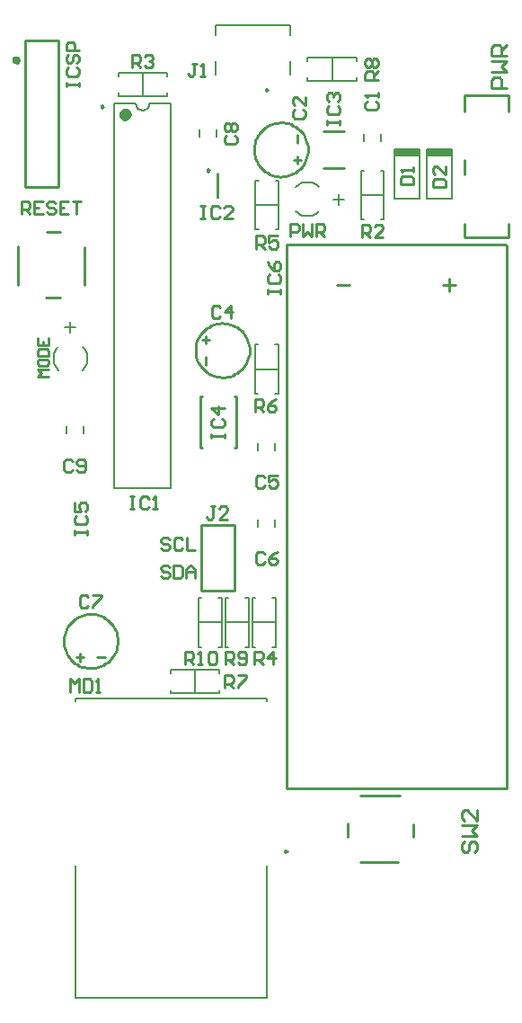
<source format=gto>
G04*
G04 #@! TF.GenerationSoftware,Altium Limited,Altium Designer,20.2.3 (150)*
G04*
G04 Layer_Color=65535*
%FSLAX25Y25*%
%MOIN*%
G70*
G04*
G04 #@! TF.SameCoordinates,D19B94BB-EBBE-4459-9884-BF99FFBE0BA1*
G04*
G04*
G04 #@! TF.FilePolarity,Positive*
G04*
G01*
G75*
%ADD10C,0.01575*%
%ADD11C,0.02362*%
%ADD12C,0.00984*%
%ADD13C,0.00787*%
%ADD14C,0.01000*%
%ADD15R,0.09291X0.02622*%
D10*
X348031Y401181D02*
X347487Y401930D01*
X346607Y401644D01*
Y400718D01*
X347487Y400432D01*
X348031Y401181D01*
D11*
X388779Y381102D02*
X388335Y382026D01*
X387336Y382254D01*
X386534Y381615D01*
Y380590D01*
X387336Y379951D01*
X388335Y380179D01*
X388779Y381102D01*
D12*
X379587Y383898D02*
X378848Y384324D01*
Y383471D01*
X379587Y383898D01*
X447702Y107795D02*
X446963Y108221D01*
Y107369D01*
X447702Y107795D01*
X440571Y390177D02*
X439833Y390603D01*
Y389751D01*
X440571Y390177D01*
X418799Y360335D02*
X418061Y360761D01*
Y359908D01*
X418799Y360335D01*
D13*
X391595Y385039D02*
X391785Y384083D01*
X392327Y383272D01*
X393138Y382730D01*
X394094Y382539D01*
X395051Y382730D01*
X395862Y383272D01*
X396404Y384083D01*
X396595Y385039D01*
X362695Y294825D02*
X362049Y293996D01*
X361550Y293071D01*
X361211Y292076D01*
X361042Y291039D01*
X361049Y289988D01*
X361230Y288953D01*
X361580Y287962D01*
X362091Y287043D01*
X362747Y286222D01*
X371899D02*
X372555Y287043D01*
X373065Y287962D01*
X373416Y288953D01*
X373597Y289988D01*
X373603Y291039D01*
X373435Y292076D01*
X373096Y293071D01*
X372597Y293996D01*
X371951Y294825D01*
X459549Y354234D02*
X458720Y354880D01*
X457795Y355380D01*
X456801Y355718D01*
X455763Y355887D01*
X454712Y355880D01*
X453677Y355699D01*
X452686Y355349D01*
X451768Y354838D01*
X450947Y354182D01*
Y345030D02*
X451768Y344374D01*
X452686Y343864D01*
X453677Y343513D01*
X454712Y343332D01*
X455763Y343326D01*
X456801Y343495D01*
X457795Y343833D01*
X458720Y344332D01*
X459549Y344978D01*
X499646Y349774D02*
Y368022D01*
X508937D01*
Y349774D02*
Y368022D01*
X499646Y349774D02*
X508937D01*
X487638Y349734D02*
Y367982D01*
X496929D01*
Y349734D02*
Y367982D01*
X487638Y349734D02*
X496929D01*
X414764Y192638D02*
X423425D01*
X414764Y201693D02*
X415945D01*
X414764Y183583D02*
Y201693D01*
Y183583D02*
X415945D01*
X422244D02*
X423425D01*
Y201693D01*
X422244D02*
X423425D01*
X424724Y192638D02*
X433386D01*
X432205Y183583D02*
X433386D01*
Y201693D01*
X432205D02*
X433386D01*
X424724D02*
X425906D01*
X424724Y183583D02*
Y201693D01*
Y183583D02*
X425906D01*
X464409Y393465D02*
Y402126D01*
X473465Y400945D02*
Y402126D01*
X455354D02*
X473465D01*
X455354Y400945D02*
Y402126D01*
Y393465D02*
Y394646D01*
Y393465D02*
X473465D01*
Y394646D01*
X413425Y166339D02*
Y175000D01*
X422480Y173819D02*
Y175000D01*
X404370D02*
X422480D01*
X404370Y173819D02*
Y175000D01*
Y166339D02*
Y167520D01*
Y166339D02*
X422480D01*
Y167520D01*
X383661Y242520D02*
X404528D01*
X396595Y385039D02*
X404528D01*
X383661D02*
X391595D01*
X404528Y242520D02*
Y385039D01*
X383661Y242520D02*
Y385039D01*
X368323Y302177D02*
X369323D01*
X365323D02*
X366323D01*
X367323Y300177D02*
Y304177D01*
X366323Y302177D02*
X368323D01*
X435827Y286614D02*
X444488D01*
X435827Y295669D02*
X437008D01*
X435827Y277559D02*
Y295669D01*
Y277559D02*
X437008D01*
X443307D02*
X444488D01*
Y295669D01*
X443307D02*
X444488D01*
X369224Y53555D02*
X440224D01*
X369224Y163531D02*
Y164555D01*
Y53555D02*
Y102579D01*
Y164555D02*
X440224D01*
Y163531D02*
Y164555D01*
Y53555D02*
Y102579D01*
X421181Y395866D02*
Y400807D01*
Y410453D02*
Y414094D01*
X448740D01*
Y395866D02*
Y400807D01*
Y410453D02*
Y414094D01*
X466902Y347606D02*
Y348606D01*
Y350606D02*
Y351606D01*
X464902Y349606D02*
X468902D01*
X466902Y348606D02*
Y350606D01*
X394094Y387795D02*
Y396457D01*
X385039Y387795D02*
Y388976D01*
Y387795D02*
X403150D01*
Y388976D01*
Y395276D02*
Y396457D01*
X385039D02*
X403150D01*
X385039Y395276D02*
Y396457D01*
X421850Y359252D02*
X422244D01*
X421850Y350197D02*
X422244D01*
X421850D02*
Y359252D01*
X422244Y350197D02*
Y359252D01*
X421654Y372638D02*
Y375394D01*
X415354Y372638D02*
Y375394D01*
X443307Y228150D02*
Y230906D01*
X437008Y228150D02*
Y230906D01*
X435906Y347402D02*
X444567D01*
X443386Y338347D02*
X444567D01*
Y356457D01*
X443386D02*
X444567D01*
X435906D02*
X437087D01*
X435906Y338347D02*
Y356457D01*
Y338347D02*
X437087D01*
X434842Y192638D02*
X443504D01*
X434842Y201693D02*
X436024D01*
X434842Y183583D02*
Y201693D01*
Y183583D02*
X436024D01*
X442323D02*
X443504D01*
Y201693D01*
X442323D02*
X443504D01*
X476221Y371024D02*
Y373780D01*
X482520Y371024D02*
Y373780D01*
X437008Y256496D02*
Y259252D01*
X443307Y256496D02*
Y259252D01*
X475039Y351181D02*
X483701D01*
X475039Y360236D02*
X476221D01*
X475039Y342126D02*
Y360236D01*
Y342126D02*
X476221D01*
X482520D02*
X483701D01*
Y360236D01*
X482520D02*
X483701D01*
X365807Y262736D02*
Y265492D01*
X372106Y262736D02*
Y265492D01*
D14*
X433770Y293593D02*
X433720Y294592D01*
X433571Y295582D01*
X433324Y296552D01*
X432981Y297492D01*
X432547Y298394D01*
X432025Y299248D01*
X431421Y300046D01*
X430740Y300779D01*
X429990Y301442D01*
X429177Y302026D01*
X428310Y302526D01*
X427398Y302938D01*
X426449Y303257D01*
X425474Y303479D01*
X424481Y303604D01*
X423480Y303629D01*
X422482Y303554D01*
X421496Y303380D01*
X420533Y303109D01*
X419601Y302744D01*
X418711Y302287D01*
X417870Y301744D01*
X417087Y301120D01*
X416371Y300421D01*
X415728Y299654D01*
X415164Y298827D01*
X414685Y297948D01*
X414296Y297026D01*
X414001Y296070D01*
X413803Y295089D01*
X413703Y294093D01*
Y293092D01*
X413803Y292096D01*
X414001Y291115D01*
X414296Y290159D01*
X414685Y289237D01*
X415164Y288358D01*
X415728Y287531D01*
X416371Y286764D01*
X417087Y286065D01*
X417870Y285441D01*
X418711Y284898D01*
X419601Y284442D01*
X420533Y284076D01*
X421496Y283805D01*
X422482Y283631D01*
X423480Y283556D01*
X424481Y283581D01*
X425474Y283706D01*
X426449Y283928D01*
X427398Y284247D01*
X428310Y284659D01*
X429177Y285159D01*
X429990Y285743D01*
X430740Y286406D01*
X431421Y287139D01*
X432025Y287937D01*
X432547Y288791D01*
X432981Y289693D01*
X433324Y290633D01*
X433571Y291603D01*
X433720Y292593D01*
X433770Y293593D01*
X455472Y367992D02*
X455422Y368992D01*
X455273Y369981D01*
X455026Y370951D01*
X454684Y371892D01*
X454250Y372794D01*
X453728Y373647D01*
X453124Y374445D01*
X452443Y375179D01*
X451692Y375841D01*
X450880Y376426D01*
X450013Y376926D01*
X449101Y377338D01*
X448152Y377656D01*
X447176Y377879D01*
X446183Y378003D01*
X445183Y378028D01*
X444185Y377954D01*
X443199Y377780D01*
X442236Y377509D01*
X441304Y377143D01*
X440413Y376687D01*
X439573Y376144D01*
X438790Y375519D01*
X438074Y374821D01*
X437430Y374054D01*
X436867Y373227D01*
X436388Y372348D01*
X435999Y371426D01*
X435704Y370469D01*
X435506Y369488D01*
X435406Y368493D01*
Y367492D01*
X435506Y366496D01*
X435704Y365515D01*
X435999Y364559D01*
X436388Y363636D01*
X436867Y362757D01*
X437430Y361930D01*
X438074Y361164D01*
X438790Y360465D01*
X439573Y359841D01*
X440413Y359298D01*
X441304Y358841D01*
X442236Y358475D01*
X443199Y358205D01*
X444185Y358031D01*
X445183Y357956D01*
X446183Y357981D01*
X447176Y358105D01*
X448152Y358328D01*
X449101Y358647D01*
X450013Y359058D01*
X450880Y359559D01*
X451692Y360143D01*
X452443Y360805D01*
X453124Y361539D01*
X453728Y362337D01*
X454250Y363191D01*
X454684Y364092D01*
X455026Y365033D01*
X455273Y366003D01*
X455422Y366992D01*
X455472Y367992D01*
X384842Y185756D02*
X384793Y186756D01*
X384644Y187746D01*
X384397Y188716D01*
X384054Y189656D01*
X383620Y190558D01*
X383098Y191412D01*
X382494Y192209D01*
X381813Y192943D01*
X381063Y193605D01*
X380250Y194190D01*
X379383Y194690D01*
X378471Y195102D01*
X377522Y195421D01*
X376547Y195643D01*
X375553Y195768D01*
X374553Y195793D01*
X373555Y195718D01*
X372569Y195544D01*
X371606Y195273D01*
X370674Y194907D01*
X369783Y194451D01*
X368943Y193908D01*
X368160Y193284D01*
X367444Y192585D01*
X366800Y191818D01*
X366237Y190991D01*
X365758Y190112D01*
X365369Y189190D01*
X365074Y188234D01*
X364876Y187253D01*
X364776Y186257D01*
Y185256D01*
X364876Y184260D01*
X365074Y183279D01*
X365369Y182323D01*
X365758Y181400D01*
X366237Y180522D01*
X366800Y179695D01*
X367444Y178928D01*
X368160Y178229D01*
X368943Y177605D01*
X369783Y177062D01*
X370674Y176605D01*
X371606Y176240D01*
X372569Y175969D01*
X373555Y175795D01*
X374553Y175720D01*
X375553Y175745D01*
X376547Y175870D01*
X377522Y176092D01*
X378471Y176411D01*
X379383Y176823D01*
X380250Y177323D01*
X381063Y177907D01*
X381813Y178569D01*
X382494Y179303D01*
X383098Y180101D01*
X383620Y180955D01*
X384054Y181857D01*
X384397Y182797D01*
X384644Y183767D01*
X384793Y184757D01*
X384842Y185756D01*
X461260Y374882D02*
X468740D01*
X461260Y361102D02*
X468740D01*
X348031Y317717D02*
Y332283D01*
X358661Y337402D02*
X363386D01*
X372441Y317717D02*
Y331890D01*
X358268Y312992D02*
X363386D01*
X466142Y317717D02*
X470866D01*
X505512D02*
X510236D01*
X507874Y315354D02*
Y320079D01*
X447638Y332677D02*
X528971D01*
X447638Y131021D02*
X529052D01*
Y332596D01*
X447638Y131021D02*
Y332677D01*
X362992Y354252D02*
Y408583D01*
X350394Y354252D02*
X362992D01*
X350394D02*
Y408583D01*
X362992D01*
X416250Y297530D02*
X419006D01*
X417628Y296841D02*
Y298218D01*
Y298907D01*
Y296152D02*
Y296841D01*
Y288966D02*
Y290345D01*
Y291034D01*
Y288278D02*
Y288966D01*
X415748Y204331D02*
Y228740D01*
X428346D01*
Y204331D02*
Y228740D01*
X415748Y204331D02*
X428346D01*
X450157Y364055D02*
X452913D01*
X451535Y363366D02*
Y364744D01*
Y362677D02*
Y363366D01*
Y364744D02*
Y365433D01*
Y371240D02*
Y372618D01*
Y370551D02*
Y371240D01*
Y372618D02*
Y373307D01*
X513386Y358661D02*
Y364173D01*
Y382283D02*
Y388189D01*
X529921Y382283D02*
Y388189D01*
X513386D02*
X529921D01*
Y335433D02*
Y340551D01*
X513386Y335433D02*
X529921D01*
X513386D02*
Y340551D01*
X415624Y276378D02*
X416339D01*
X415590Y276412D02*
X415624Y276378D01*
Y257480D02*
X416339D01*
X415590Y257514D02*
X415624Y257480D01*
X428150D02*
X428937D01*
X428150Y276378D02*
X428937D01*
X415590Y257514D02*
Y276412D01*
X428937Y257480D02*
Y276378D01*
X474803Y128347D02*
X489370D01*
X494488Y112992D02*
Y117717D01*
X474803Y103937D02*
X488976D01*
X470079Y112992D02*
Y118110D01*
X370866Y178276D02*
Y181032D01*
X370177Y179654D02*
X371555D01*
X369488D02*
X370177D01*
X371555D02*
X372244D01*
X378051D02*
X379429D01*
X377362D02*
X378051D01*
X379429D02*
X380118D01*
X404067Y213099D02*
X403280Y213886D01*
X401706D01*
X400918Y213099D01*
Y212312D01*
X401706Y211524D01*
X403280D01*
X404067Y210737D01*
Y209950D01*
X403280Y209163D01*
X401706D01*
X400918Y209950D01*
X405641Y213886D02*
Y209163D01*
X408003D01*
X408790Y209950D01*
Y213099D01*
X408003Y213886D01*
X405641D01*
X410364Y209163D02*
Y212312D01*
X411938Y213886D01*
X413513Y212312D01*
Y209163D01*
Y211524D01*
X410364D01*
X404138Y223394D02*
X403351Y224181D01*
X401776D01*
X400989Y223394D01*
Y222606D01*
X401776Y221819D01*
X403351D01*
X404138Y221032D01*
Y220245D01*
X403351Y219458D01*
X401776D01*
X400989Y220245D01*
X408861Y223394D02*
X408074Y224181D01*
X406499D01*
X405712Y223394D01*
Y220245D01*
X406499Y219458D01*
X408074D01*
X408861Y220245D01*
X410435Y224181D02*
Y219458D01*
X413584D01*
X501733Y354056D02*
X506456D01*
Y356418D01*
X505669Y357205D01*
X502520D01*
X501733Y356418D01*
Y354056D01*
X506456Y361928D02*
Y358779D01*
X503307Y361928D01*
X502520D01*
X501733Y361141D01*
Y359566D01*
X502520Y358779D01*
X409884Y177166D02*
Y181889D01*
X412245D01*
X413032Y181102D01*
Y179528D01*
X412245Y178740D01*
X409884D01*
X411458D02*
X413032Y177166D01*
X414607D02*
X416181D01*
X415394D01*
Y181889D01*
X414607Y181102D01*
X418542D02*
X419330Y181889D01*
X420904D01*
X421691Y181102D01*
Y177953D01*
X420904Y177166D01*
X419330D01*
X418542Y177953D01*
Y181102D01*
X424726Y177127D02*
Y181850D01*
X427087D01*
X427874Y181062D01*
Y179488D01*
X427087Y178701D01*
X424726D01*
X426300D02*
X427874Y177127D01*
X429449Y177914D02*
X430236Y177127D01*
X431810D01*
X432597Y177914D01*
Y181062D01*
X431810Y181850D01*
X430236D01*
X429449Y181062D01*
Y180275D01*
X430236Y179488D01*
X432597D01*
X481417Y393820D02*
X476694D01*
Y396182D01*
X477481Y396969D01*
X479055D01*
X479842Y396182D01*
Y393820D01*
Y395394D02*
X481417Y396969D01*
X477481Y398543D02*
X476694Y399330D01*
Y400905D01*
X477481Y401692D01*
X478268D01*
X479055Y400905D01*
X479842Y401692D01*
X480629D01*
X481417Y400905D01*
Y399330D01*
X480629Y398543D01*
X479842D01*
X479055Y399330D01*
X478268Y398543D01*
X477481D01*
X479055Y399330D02*
Y400905D01*
X424647Y168308D02*
Y173031D01*
X427008D01*
X427796Y172244D01*
Y170669D01*
X427008Y169882D01*
X424647D01*
X426221D02*
X427796Y168308D01*
X429370Y173031D02*
X432518D01*
Y172244D01*
X429370Y169095D01*
Y168308D01*
X359054Y283729D02*
X355119D01*
X356431Y285041D01*
X355119Y286353D01*
X359054D01*
X355119Y289633D02*
Y288321D01*
X355775Y287665D01*
X358399D01*
X359054Y288321D01*
Y289633D01*
X358399Y290289D01*
X355775D01*
X355119Y289633D01*
Y291601D02*
X359054D01*
Y293569D01*
X358399Y294225D01*
X355775D01*
X355119Y293569D01*
Y291601D01*
Y298160D02*
Y295537D01*
X359054D01*
Y298160D01*
X357087Y295537D02*
Y296849D01*
X513386Y111419D02*
X512402Y110435D01*
Y108467D01*
X513386Y107483D01*
X514370D01*
X515354Y108467D01*
Y110435D01*
X516338Y111419D01*
X517322D01*
X518306Y110435D01*
Y108467D01*
X517322Y107483D01*
X512402Y113386D02*
X518306D01*
X516338Y115354D01*
X518306Y117322D01*
X512402D01*
X518306Y123226D02*
Y119290D01*
X514370Y123226D01*
X513386D01*
X512402Y122242D01*
Y120274D01*
X513386Y119290D01*
X349216Y344095D02*
Y348818D01*
X351578D01*
X352365Y348031D01*
Y346457D01*
X351578Y345670D01*
X349216D01*
X350791D02*
X352365Y344095D01*
X357088Y348818D02*
X353939D01*
Y344095D01*
X357088D01*
X353939Y346457D02*
X355513D01*
X361810Y348031D02*
X361023Y348818D01*
X359449D01*
X358662Y348031D01*
Y347244D01*
X359449Y346457D01*
X361023D01*
X361810Y345670D01*
Y344882D01*
X361023Y344095D01*
X359449D01*
X358662Y344882D01*
X366533Y348818D02*
X363385D01*
Y344095D01*
X366533D01*
X363385Y346457D02*
X364959D01*
X368108Y348818D02*
X371256D01*
X369682D01*
Y344095D01*
X529330Y390947D02*
X523426D01*
Y393899D01*
X524410Y394883D01*
X526378D01*
X527362Y393899D01*
Y390947D01*
X523426Y396851D02*
X529330D01*
X527362Y398819D01*
X529330Y400787D01*
X523426D01*
X529330Y402755D02*
X523426D01*
Y405706D01*
X524410Y406690D01*
X526378D01*
X527362Y405706D01*
Y402755D01*
Y404722D02*
X529330Y406690D01*
X435828Y270867D02*
Y275590D01*
X438190D01*
X438977Y274803D01*
Y273228D01*
X438190Y272441D01*
X435828D01*
X437402D02*
X438977Y270867D01*
X443700Y275590D02*
X442125Y274803D01*
X440551Y273228D01*
Y271654D01*
X441338Y270867D01*
X442912D01*
X443700Y271654D01*
Y272441D01*
X442912Y273228D01*
X440551D01*
X436301Y331261D02*
Y335983D01*
X438662D01*
X439449Y335196D01*
Y333622D01*
X438662Y332835D01*
X436301D01*
X437875D02*
X439449Y331261D01*
X444172Y335983D02*
X441023D01*
Y333622D01*
X442598Y334409D01*
X443385D01*
X444172Y333622D01*
Y332048D01*
X443385Y331261D01*
X441811D01*
X441023Y332048D01*
X435592Y177166D02*
Y181889D01*
X437953D01*
X438740Y181102D01*
Y179528D01*
X437953Y178740D01*
X435592D01*
X437166D02*
X438740Y177166D01*
X442676D02*
Y181889D01*
X440315Y179528D01*
X443463D01*
X390159Y398426D02*
Y403149D01*
X392520D01*
X393307Y402362D01*
Y400787D01*
X392520Y400000D01*
X390159D01*
X391733D02*
X393307Y398426D01*
X394882Y402362D02*
X395669Y403149D01*
X397243D01*
X398030Y402362D01*
Y401575D01*
X397243Y400787D01*
X396456D01*
X397243D01*
X398030Y400000D01*
Y399213D01*
X397243Y398426D01*
X395669D01*
X394882Y399213D01*
X475434Y335434D02*
Y340157D01*
X477796D01*
X478583Y339370D01*
Y337795D01*
X477796Y337008D01*
X475434D01*
X477009D02*
X478583Y335434D01*
X483306D02*
X480157D01*
X483306Y338582D01*
Y339370D01*
X482519Y340157D01*
X480944D01*
X480157Y339370D01*
X367325Y166930D02*
Y171653D01*
X368899Y170079D01*
X370473Y171653D01*
Y166930D01*
X372047Y171653D02*
Y166930D01*
X374409D01*
X375196Y167717D01*
Y170866D01*
X374409Y171653D01*
X372047D01*
X376770Y166930D02*
X378345D01*
X377557D01*
Y171653D01*
X376770Y170866D01*
X448978Y335827D02*
Y340550D01*
X451340D01*
X452127Y339763D01*
Y338189D01*
X451340Y337402D01*
X448978D01*
X453701Y340550D02*
Y335827D01*
X455276Y337402D01*
X456850Y335827D01*
Y340550D01*
X458424Y335827D02*
Y340550D01*
X460786D01*
X461573Y339763D01*
Y338189D01*
X460786Y337402D01*
X458424D01*
X459998D02*
X461573Y335827D01*
X365749Y391341D02*
Y392916D01*
Y392128D01*
X370472D01*
Y391341D01*
Y392916D01*
X366536Y398426D02*
X365749Y397638D01*
Y396064D01*
X366536Y395277D01*
X369685D01*
X370472Y396064D01*
Y397638D01*
X369685Y398426D01*
X366536Y403149D02*
X365749Y402361D01*
Y400787D01*
X366536Y400000D01*
X367323D01*
X368110Y400787D01*
Y402361D01*
X368897Y403149D01*
X369685D01*
X370472Y402361D01*
Y400787D01*
X369685Y400000D01*
X370472Y404723D02*
X365749D01*
Y407084D01*
X366536Y407871D01*
X368110D01*
X368897Y407084D01*
Y404723D01*
X420945Y235668D02*
X419371D01*
X420158D01*
Y231733D01*
X419371Y230946D01*
X418584D01*
X417797Y231733D01*
X425668Y230946D02*
X422519D01*
X425668Y234094D01*
Y234881D01*
X424881Y235668D01*
X423307D01*
X422519Y234881D01*
X414094Y399921D02*
X412520D01*
X413307D01*
Y395985D01*
X412520Y395198D01*
X411733D01*
X410946Y395985D01*
X415669Y395198D02*
X417243D01*
X416456D01*
Y399921D01*
X415669Y399133D01*
X440552Y314569D02*
Y316143D01*
Y315356D01*
X445275D01*
Y314569D01*
Y316143D01*
X441339Y321653D02*
X440552Y320866D01*
Y319292D01*
X441339Y318505D01*
X444488D01*
X445275Y319292D01*
Y320866D01*
X444488Y321653D01*
X440552Y326376D02*
X441339Y324802D01*
X442913Y323227D01*
X444488D01*
X445275Y324015D01*
Y325589D01*
X444488Y326376D01*
X443701D01*
X442913Y325589D01*
Y323227D01*
X368898Y225199D02*
Y226773D01*
Y225986D01*
X373621D01*
Y225199D01*
Y226773D01*
X369686Y232283D02*
X368898Y231496D01*
Y229922D01*
X369686Y229134D01*
X372834D01*
X373621Y229922D01*
Y231496D01*
X372834Y232283D01*
X368898Y237006D02*
Y233857D01*
X371260D01*
X370473Y235432D01*
Y236219D01*
X371260Y237006D01*
X372834D01*
X373621Y236219D01*
Y234645D01*
X372834Y233857D01*
X419686Y261026D02*
Y262600D01*
Y261813D01*
X424409D01*
Y261026D01*
Y262600D01*
X420473Y268110D02*
X419686Y267323D01*
Y265748D01*
X420473Y264961D01*
X423622D01*
X424409Y265748D01*
Y267323D01*
X423622Y268110D01*
X424409Y272046D02*
X419686D01*
X422047Y269684D01*
Y272833D01*
X462560Y377207D02*
Y378781D01*
Y377994D01*
X467283D01*
Y377207D01*
Y378781D01*
X463347Y384291D02*
X462560Y383504D01*
Y381929D01*
X463347Y381142D01*
X466496D01*
X467283Y381929D01*
Y383504D01*
X466496Y384291D01*
X463347Y385865D02*
X462560Y386652D01*
Y388227D01*
X463347Y389014D01*
X464134D01*
X464921Y388227D01*
Y387439D01*
Y388227D01*
X465708Y389014D01*
X466496D01*
X467283Y388227D01*
Y386652D01*
X466496Y385865D01*
X415632Y347125D02*
X417206D01*
X416419D01*
Y342402D01*
X415632D01*
X417206D01*
X422716Y346338D02*
X421929Y347125D01*
X420355D01*
X419568Y346338D01*
Y343190D01*
X420355Y342402D01*
X421929D01*
X422716Y343190D01*
X427439Y342402D02*
X424290D01*
X427439Y345551D01*
Y346338D01*
X426652Y347125D01*
X425078D01*
X424290Y346338D01*
X389372Y239369D02*
X390946D01*
X390159D01*
Y234646D01*
X389372D01*
X390946D01*
X396456Y238582D02*
X395669Y239369D01*
X394095D01*
X393307Y238582D01*
Y235434D01*
X394095Y234646D01*
X395669D01*
X396456Y235434D01*
X398030Y234646D02*
X399605D01*
X398817D01*
Y239369D01*
X398030Y238582D01*
X489764Y355040D02*
X494487D01*
Y357402D01*
X493700Y358189D01*
X490552D01*
X489764Y357402D01*
Y355040D01*
X494487Y359763D02*
Y361338D01*
Y360550D01*
X489764D01*
X490552Y359763D01*
X368110Y252362D02*
X367323Y253149D01*
X365749D01*
X364962Y252362D01*
Y249213D01*
X365749Y248426D01*
X367323D01*
X368110Y249213D01*
X369685D02*
X370472Y248426D01*
X372046D01*
X372833Y249213D01*
Y252362D01*
X372046Y253149D01*
X370472D01*
X369685Y252362D01*
Y251574D01*
X370472Y250787D01*
X372833D01*
X425197Y373229D02*
X424410Y372442D01*
Y370867D01*
X425197Y370080D01*
X428346D01*
X429133Y370867D01*
Y372442D01*
X428346Y373229D01*
X425197Y374803D02*
X424410Y375590D01*
Y377164D01*
X425197Y377952D01*
X425984D01*
X426772Y377164D01*
X427559Y377952D01*
X428346D01*
X429133Y377164D01*
Y375590D01*
X428346Y374803D01*
X427559D01*
X426772Y375590D01*
X425984Y374803D01*
X425197D01*
X426772Y375590D02*
Y377164D01*
X374016Y201968D02*
X373229Y202755D01*
X371655D01*
X370867Y201968D01*
Y198819D01*
X371655Y198032D01*
X373229D01*
X374016Y198819D01*
X375590Y202755D02*
X378739D01*
Y201968D01*
X375590Y198819D01*
Y198032D01*
X439370Y218110D02*
X438583Y218897D01*
X437009D01*
X436222Y218110D01*
Y214961D01*
X437009Y214174D01*
X438583D01*
X439370Y214961D01*
X444093Y218897D02*
X442519Y218110D01*
X440945Y216535D01*
Y214961D01*
X441732Y214174D01*
X443306D01*
X444093Y214961D01*
Y215748D01*
X443306Y216535D01*
X440945D01*
X439370Y246456D02*
X438583Y247243D01*
X437009D01*
X436222Y246456D01*
Y243308D01*
X437009Y242520D01*
X438583D01*
X439370Y243308D01*
X444093Y247243D02*
X440945D01*
Y244882D01*
X442519Y245669D01*
X443306D01*
X444093Y244882D01*
Y243308D01*
X443306Y242520D01*
X441732D01*
X440945Y243308D01*
X422943Y309340D02*
X422156Y310127D01*
X420582D01*
X419795Y309340D01*
Y306191D01*
X420582Y305404D01*
X422156D01*
X422943Y306191D01*
X426879Y305404D02*
Y310127D01*
X424517Y307766D01*
X427666D01*
X450512Y382756D02*
X449725Y381969D01*
Y380395D01*
X450512Y379608D01*
X453661D01*
X454448Y380395D01*
Y381969D01*
X453661Y382756D01*
X454448Y387479D02*
Y384331D01*
X451299Y387479D01*
X450512D01*
X449725Y386692D01*
Y385118D01*
X450512Y384331D01*
X477481Y385827D02*
X476694Y385040D01*
Y383465D01*
X477481Y382678D01*
X480629D01*
X481417Y383465D01*
Y385040D01*
X480629Y385827D01*
X481417Y387401D02*
Y388975D01*
Y388188D01*
X476694D01*
X477481Y387401D01*
D15*
X504291Y366709D02*
D03*
X492283Y366669D02*
D03*
M02*

</source>
